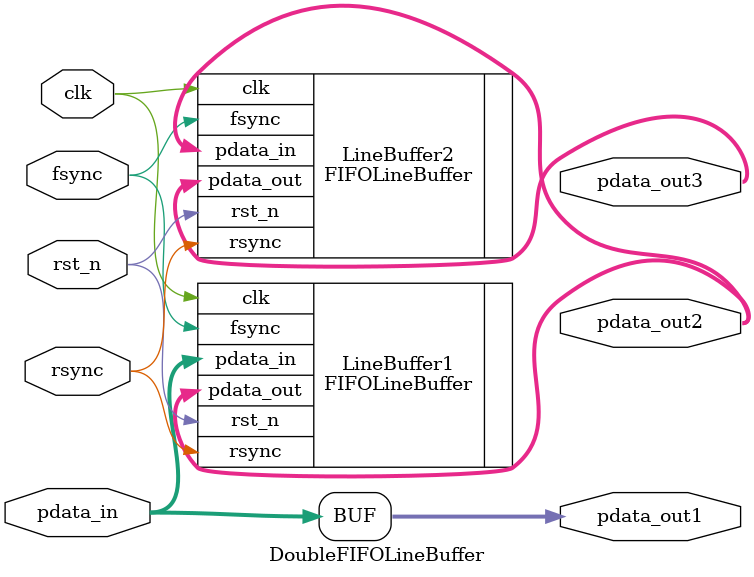
<source format=v>
module DoubleFIFOLineBuffer #(
  parameter DATA_WIDTH = 8,
  parameter NO_OF_COLS = 320
)(
  input wire clk,
  input wire rst_n,          // 활성화 낮음 리셋
  input wire fsync,
  input wire rsync,
  input wire [DATA_WIDTH-1:0] pdata_in,
  output wire [DATA_WIDTH-1:0] pdata_out1,
  output wire [DATA_WIDTH-1:0] pdata_out2,
  output wire [DATA_WIDTH-1:0] pdata_out3
);

  // 첫번째 라인 버퍼
  FIFOLineBuffer #(
    .DATA_WIDTH(DATA_WIDTH),
    .NO_OF_COLS(NO_OF_COLS)
  ) LineBuffer1 (
    .clk(clk),
    .fsync(fsync),
    .rsync(rsync),
    .pdata_in(pdata_in),
    .pdata_out(pdata_out2),
    .rst_n(rst_n)
  );
  
  // 두번째 라인 버퍼
  FIFOLineBuffer #(
    .DATA_WIDTH(DATA_WIDTH),
    .NO_OF_COLS(NO_OF_COLS)
  ) LineBuffer2 (
    .clk(clk),
    .fsync(fsync),
    .rsync(rsync),
    .pdata_in(pdata_out2),
    .pdata_out(pdata_out3),
    .rst_n(rst_n)
  );
  
  // 입력 직접 출력
  assign pdata_out1 = pdata_in;

endmodule
</source>
